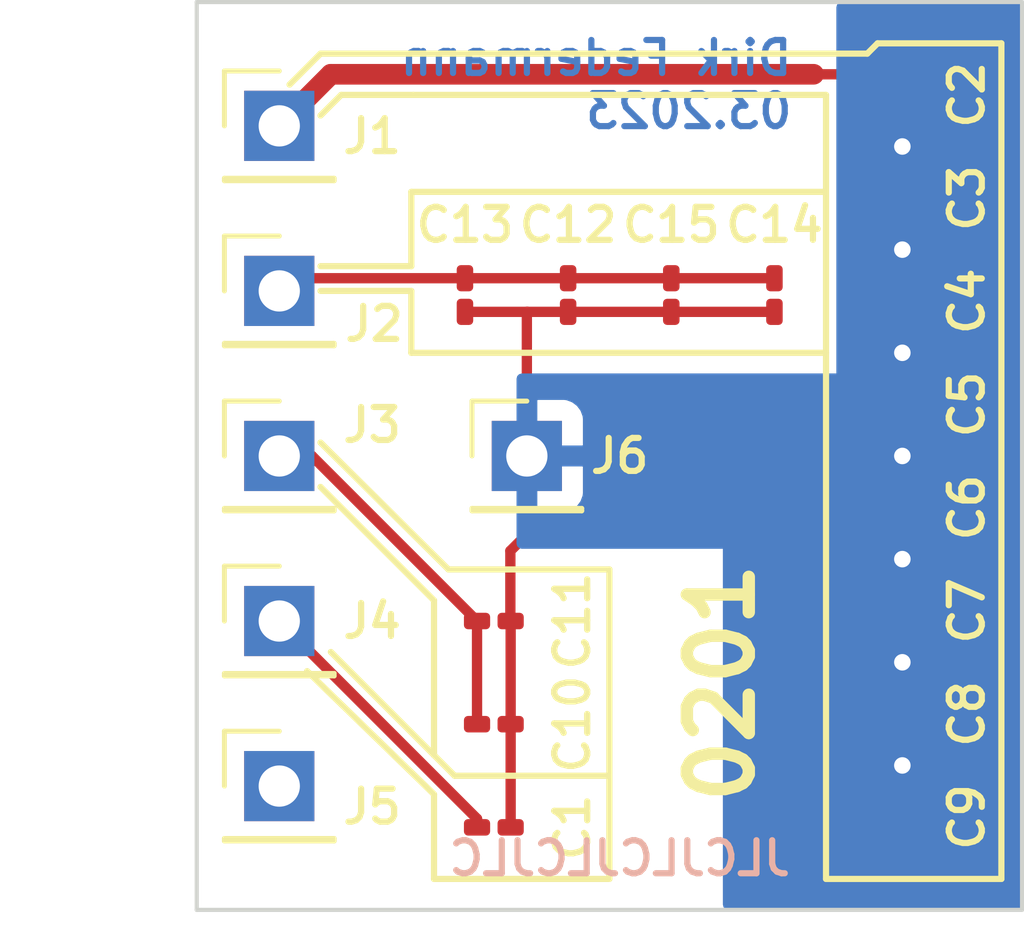
<source format=kicad_pcb>
(kicad_pcb (version 20221018) (generator pcbnew)
  (layers (0 "F.Cu" signal) (31 "B.Cu" signal) (34 "B.Paste" user) (35 "F.Paste" user) (36 "B.SilkS" user "B.Silkscreen") (37 "F.SilkS" user "F.Silkscreen") (38 "B.Mask" user) (39 "F.Mask" user) (44 "Edge.Cuts" user))
  (net 0 "")
  (net 1 "/1")
  (net 2 "Net-(C1-Pad2)")
  (net 3 "/8")
  (net 4 "/2")
  (net 5 "/4")
  (footprint "Capacitor_SMD:C_0201_0603Metric_Pad0.64x0.40mm_HandSolder" (layer "F.Cu") (at 117.7 119.75)
    (fp_text reference "C9" (at 1.9625 0 90) (layer "F.SilkS") (effects (font (size 0.8 0.8))))
    (fp_text value "C")
    (pad "1" smd roundrect (at -0.4075 0) (size 0.635 0.4) (layers "F.Cu" "F.Mask") (net 3 "/8"))
    (pad "2" smd roundrect (at 0.4075 0) (size 0.635 0.4) (layers "F.Cu" "F.Mask") (net 2 "Net-(C1-Pad2)"))
  )
  (footprint "Capacitor_SMD:C_0201_0603Metric_Pad0.64x0.40mm_HandSolder" (layer "F.Cu") (at 117.7 117.25)
    (fp_text reference "C8" (at 1.9625 0 90) (layer "F.SilkS") (effects (font (size 0.8 0.8))))
    (fp_text value "C")
    (pad "1" smd roundrect (at -0.4075 0) (size 0.635 0.4) (layers "F.Cu" "F.Mask") (net 3 "/8"))
    (pad "2" smd roundrect (at 0.4075 0) (size 0.635 0.4) (layers "F.Cu" "F.Mask") (net 2 "Net-(C1-Pad2)"))
  )
  (footprint "Capacitor_SMD:C_0201_0603Metric_Pad0.64x0.40mm_HandSolder" (layer "F.Cu") (at 110 107.1 -90)
    (fp_text reference "C12" (at -1.7 0) (layer "F.SilkS") (effects (font (size 0.8 0.8))))
    (fp_text value "C")
    (pad "1" smd roundrect (at -0.4075 0 270) (size 0.635 0.4) (layers "F.Cu" "F.Mask") (net 5 "/4"))
    (pad "2" smd roundrect (at 0.4075 0 270) (size 0.635 0.4) (layers "F.Cu" "F.Mask") (net 2 "Net-(C1-Pad2)"))
  )
  (footprint "Connector_PinHeader_2.54mm:PinHeader_1x01_P2.54mm_Vertical" (layer "F.Cu") (at 103 115)
    (fp_text reference "J4" (at 2.25 0) (layer "F.SilkS") (effects (font (size 0.8 0.8))))
    (fp_text value "Conn_01x01_Male")
    (fp_line (start -1.33 -1.33) (end 0 -1.33) (stroke (width 0.12)) (layer "F.SilkS"))
    (fp_line (start -1.33 0) (end -1.33 -1.33) (stroke (width 0.12)) (layer "F.SilkS"))
    (fp_line (start -1.33 1.27) (end -1.33 1.33) (stroke (width 0.12)) (layer "F.SilkS"))
    (fp_line (start -1.33 1.27) (end 1.33 1.27) (stroke (width 0.12)) (layer "F.SilkS"))
    (fp_line (start -1.33 1.33) (end 1.33 1.33) (stroke (width 0.12)) (layer "F.SilkS"))
    (fp_line (start 1.33 1.27) (end 1.33 1.33) (stroke (width 0.12)) (layer "F.SilkS"))
    (pad "1" thru_hole rect (at 0 0) (size 1.7 1.7) (drill 1) (layers "*.Cu" "*.Mask") (net 1 "/1"))
  )
  (footprint "Connector_PinHeader_2.54mm:PinHeader_1x01_P2.54mm_Vertical" (layer "F.Cu") (at 103 119)
    (fp_text reference "J5" (at 2.25 0.5) (layer "F.SilkS") (effects (font (size 0.8 0.8))))
    (fp_text value "Conn_01x01_Male")
    (fp_line (start -1.33 -1.33) (end 0 -1.33) (stroke (width 0.12)) (layer "F.SilkS"))
    (fp_line (start -1.33 0) (end -1.33 -1.33) (stroke (width 0.12)) (layer "F.SilkS"))
    (fp_line (start -1.33 1.27) (end -1.33 1.33) (stroke (width 0.12)) (layer "F.SilkS"))
    (fp_line (start -1.33 1.27) (end 1.33 1.27) (stroke (width 0.12)) (layer "F.SilkS"))
    (fp_line (start -1.33 1.33) (end 1.33 1.33) (stroke (width 0.12)) (layer "F.SilkS"))
    (fp_line (start 1.33 1.27) (end 1.33 1.33) (stroke (width 0.12)) (layer "F.SilkS"))
    (pad "1" thru_hole rect (at 0 0) (size 1.7 1.7) (drill 1) (layers "*.Cu" "*.Mask"))
  )
  (footprint "Capacitor_SMD:C_0201_0603Metric_Pad0.64x0.40mm_HandSolder" (layer "F.Cu") (at 112.5 107.1 -90)
    (fp_text reference "C15" (at -1.7 0 180) (layer "F.SilkS") (effects (font (size 0.8 0.8))))
    (fp_text value "C")
    (pad "1" smd roundrect (at -0.4075 0 270) (size 0.635 0.4) (layers "F.Cu" "F.Mask") (net 5 "/4"))
    (pad "2" smd roundrect (at 0.4075 0 270) (size 0.635 0.4) (layers "F.Cu" "F.Mask") (net 2 "Net-(C1-Pad2)"))
  )
  (footprint "Capacitor_SMD:C_0201_0603Metric_Pad0.64x0.40mm_HandSolder" (layer "F.Cu") (at 107.5 107.1 -90)
    (fp_text reference "C13" (at -1.7 0 180) (layer "F.SilkS") (effects (font (size 0.8 0.8))))
    (fp_text value "C")
    (pad "1" smd roundrect (at -0.4075 0 270) (size 0.635 0.4) (layers "F.Cu" "F.Mask") (net 5 "/4"))
    (pad "2" smd roundrect (at 0.4075 0 270) (size 0.635 0.4) (layers "F.Cu" "F.Mask") (net 2 "Net-(C1-Pad2)"))
  )
  (footprint "Connector_PinHeader_2.54mm:PinHeader_1x01_P2.54mm_Vertical" (layer "F.Cu") (at 103 103)
    (fp_text reference "J1" (at 2.25 0.25) (layer "F.SilkS") (effects (font (size 0.8 0.8))))
    (fp_text value "Conn_01x01_Male")
    (fp_line (start -1.33 -1.33) (end 0 -1.33) (stroke (width 0.12)) (layer "F.SilkS"))
    (fp_line (start -1.33 0) (end -1.33 -1.33) (stroke (width 0.12)) (layer "F.SilkS"))
    (fp_line (start -1.33 1.27) (end -1.33 1.33) (stroke (width 0.12)) (layer "F.SilkS"))
    (fp_line (start -1.33 1.27) (end 1.33 1.27) (stroke (width 0.12)) (layer "F.SilkS"))
    (fp_line (start -1.33 1.33) (end 1.33 1.33) (stroke (width 0.12)) (layer "F.SilkS"))
    (fp_line (start 1.33 1.27) (end 1.33 1.33) (stroke (width 0.12)) (layer "F.SilkS"))
    (pad "1" thru_hole rect (at 0 0) (size 1.7 1.7) (drill 1) (layers "*.Cu" "*.Mask") (net 3 "/8"))
  )
  (footprint "Connector_PinHeader_2.54mm:PinHeader_1x01_P2.54mm_Vertical" (layer "F.Cu") (at 109 111)
    (fp_text reference "J6" (at 2.25 0) (layer "F.SilkS") (effects (font (size 0.8 0.8))))
    (fp_text value "Conn_01x01_Male")
    (fp_line (start -1.33 -1.33) (end 0 -1.33) (stroke (width 0.12)) (layer "F.SilkS"))
    (fp_line (start -1.33 0) (end -1.33 -1.33) (stroke (width 0.12)) (layer "F.SilkS"))
    (fp_line (start -1.33 1.27) (end -1.33 1.33) (stroke (width 0.12)) (layer "F.SilkS"))
    (fp_line (start -1.33 1.27) (end 1.33 1.27) (stroke (width 0.12)) (layer "F.SilkS"))
    (fp_line (start -1.33 1.33) (end 1.33 1.33) (stroke (width 0.12)) (layer "F.SilkS"))
    (fp_line (start 1.33 1.27) (end 1.33 1.33) (stroke (width 0.12)) (layer "F.SilkS"))
    (pad "1" thru_hole rect (at 0 0) (size 1.7 1.7) (drill 1) (layers "*.Cu" "*.Mask") (net 2 "Net-(C1-Pad2)"))
  )
  (footprint "Capacitor_SMD:C_0201_0603Metric_Pad0.64x0.40mm_HandSolder" (layer "F.Cu") (at 108.2 117.5)
    (fp_text reference "C10" (at 1.9 0 90) (layer "F.SilkS") (effects (font (size 0.8 0.8))))
    (fp_text value "C")
    (pad "1" smd roundrect (at -0.4075 0) (size 0.635 0.4) (layers "F.Cu" "F.Mask") (net 4 "/2"))
    (pad "2" smd roundrect (at 0.4075 0) (size 0.635 0.4) (layers "F.Cu" "F.Mask") (net 2 "Net-(C1-Pad2)"))
  )
  (footprint "Capacitor_SMD:C_0201_0603Metric_Pad0.64x0.40mm_HandSolder" (layer "F.Cu") (at 115 107.1 -90)
    (fp_text reference "C14" (at -1.7 0 180) (layer "F.SilkS") (effects (font (size 0.8 0.8))))
    (fp_text value "C")
    (pad "1" smd roundrect (at -0.4075 0 270) (size 0.635 0.4) (layers "F.Cu" "F.Mask") (net 5 "/4"))
    (pad "2" smd roundrect (at 0.4075 0 270) (size 0.635 0.4) (layers "F.Cu" "F.Mask") (net 2 "Net-(C1-Pad2)"))
  )
  (footprint "Capacitor_SMD:C_0201_0603Metric_Pad0.64x0.40mm_HandSolder" (layer "F.Cu") (at 117.7 114.75)
    (fp_text reference "C7" (at 1.9625 0 90) (layer "F.SilkS") (effects (font (size 0.8 0.8))))
    (fp_text value "C")
    (pad "1" smd roundrect (at -0.4075 0) (size 0.635 0.4) (layers "F.Cu" "F.Mask") (net 3 "/8"))
    (pad "2" smd roundrect (at 0.4075 0) (size 0.635 0.4) (layers "F.Cu" "F.Mask") (net 2 "Net-(C1-Pad2)"))
  )
  (footprint "Capacitor_SMD:C_0201_0603Metric_Pad0.64x0.40mm_HandSolder" (layer "F.Cu") (at 117.7 104.75)
    (fp_text reference "C3" (at 1.9625 0 90) (layer "F.SilkS") (effects (font (size 0.8 0.8))))
    (fp_text value "C")
    (pad "1" smd roundrect (at -0.4075 0) (size 0.635 0.4) (layers "F.Cu" "F.Mask") (net 3 "/8"))
    (pad "2" smd roundrect (at 0.4075 0) (size 0.635 0.4) (layers "F.Cu" "F.Mask") (net 2 "Net-(C1-Pad2)"))
  )
  (footprint "Connector_PinHeader_2.54mm:PinHeader_1x01_P2.54mm_Vertical" (layer "F.Cu") (at 103 111)
    (fp_text reference "J3" (at 2.25 -0.75) (layer "F.SilkS") (effects (font (size 0.8 0.8))))
    (fp_text value "Conn_01x01_Male")
    (fp_line (start -1.33 -1.33) (end 0 -1.33) (stroke (width 0.12)) (layer "F.SilkS"))
    (fp_line (start -1.33 0) (end -1.33 -1.33) (stroke (width 0.12)) (layer "F.SilkS"))
    (fp_line (start -1.33 1.27) (end -1.33 1.33) (stroke (width 0.12)) (layer "F.SilkS"))
    (fp_line (start -1.33 1.27) (end 1.33 1.27) (stroke (width 0.12)) (layer "F.SilkS"))
    (fp_line (start -1.33 1.33) (end 1.33 1.33) (stroke (width 0.12)) (layer "F.SilkS"))
    (fp_line (start 1.33 1.27) (end 1.33 1.33) (stroke (width 0.12)) (layer "F.SilkS"))
    (pad "1" thru_hole rect (at 0 0) (size 1.7 1.7) (drill 1) (layers "*.Cu" "*.Mask") (net 4 "/2"))
  )
  (footprint "Capacitor_SMD:C_0201_0603Metric_Pad0.64x0.40mm_HandSolder" (layer "F.Cu") (at 117.7 107.25)
    (fp_text reference "C4" (at 1.9625 0 90) (layer "F.SilkS") (effects (font (size 0.8 0.8))))
    (fp_text value "C")
    (pad "1" smd roundrect (at -0.4075 0) (size 0.635 0.4) (layers "F.Cu" "F.Mask") (net 3 "/8"))
    (pad "2" smd roundrect (at 0.4075 0) (size 0.635 0.4) (layers "F.Cu" "F.Mask") (net 2 "Net-(C1-Pad2)"))
  )
  (footprint "Capacitor_SMD:C_0201_0603Metric_Pad0.64x0.40mm_HandSolder" (layer "F.Cu") (at 117.7 102.25)
    (fp_text reference "C2" (at 1.9625 0 90) (layer "F.SilkS") (effects (font (size 0.8 0.8))))
    (fp_text value "C")
    (pad "1" smd roundrect (at -0.4075 0) (size 0.635 0.4) (layers "F.Cu" "F.Mask") (net 3 "/8"))
    (pad "2" smd roundrect (at 0.4075 0) (size 0.635 0.4) (layers "F.Cu" "F.Mask") (net 2 "Net-(C1-Pad2)"))
  )
  (footprint "Capacitor_SMD:C_0201_0603Metric_Pad0.64x0.40mm_HandSolder" (layer "F.Cu") (at 117.7 112.25)
    (fp_text reference "C6" (at 1.9625 0 90) (layer "F.SilkS") (effects (font (size 0.8 0.8))))
    (fp_text value "C")
    (pad "1" smd roundrect (at -0.4075 0) (size 0.635 0.4) (layers "F.Cu" "F.Mask") (net 3 "/8"))
    (pad "2" smd roundrect (at 0.4075 0) (size 0.635 0.4) (layers "F.Cu" "F.Mask") (net 2 "Net-(C1-Pad2)"))
  )
  (footprint "Capacitor_SMD:C_0201_0603Metric_Pad0.64x0.40mm_HandSolder" (layer "F.Cu") (at 108.2 115)
    (fp_text reference "C11" (at 1.9 0 90) (layer "F.SilkS") (effects (font (size 0.8 0.8))))
    (fp_text value "C")
    (pad "1" smd roundrect (at -0.4075 0) (size 0.635 0.4) (layers "F.Cu" "F.Mask") (net 4 "/2"))
    (pad "2" smd roundrect (at 0.4075 0) (size 0.635 0.4) (layers "F.Cu" "F.Mask") (net 2 "Net-(C1-Pad2)"))
  )
  (footprint "Connector_PinHeader_2.54mm:PinHeader_1x01_P2.54mm_Vertical" (layer "F.Cu") (at 103 107)
    (fp_text reference "J2" (at 2.3 0.8) (layer "F.SilkS") (effects (font (size 0.8 0.8))))
    (fp_text value "Conn_01x01_Male")
    (fp_line (start -1.33 -1.33) (end 0 -1.33) (stroke (width 0.12)) (layer "F.SilkS"))
    (fp_line (start -1.33 0) (end -1.33 -1.33) (stroke (width 0.12)) (layer "F.SilkS"))
    (fp_line (start -1.33 1.27) (end -1.33 1.33) (stroke (width 0.12)) (layer "F.SilkS"))
    (fp_line (start -1.33 1.27) (end 1.33 1.27) (stroke (width 0.12)) (layer "F.SilkS"))
    (fp_line (start -1.33 1.33) (end 1.33 1.33) (stroke (width 0.12)) (layer "F.SilkS"))
    (fp_line (start 1.33 1.27) (end 1.33 1.33) (stroke (width 0.12)) (layer "F.SilkS"))
    (pad "1" thru_hole rect (at 0 0) (size 1.7 1.7) (drill 1) (layers "*.Cu" "*.Mask") (net 5 "/4"))
  )
  (footprint "Capacitor_SMD:C_0201_0603Metric_Pad0.64x0.40mm_HandSolder" (layer "F.Cu") (at 117.7 109.75)
    (fp_text reference "C5" (at 1.9625 0 90) (layer "F.SilkS") (effects (font (size 0.8 0.8))))
    (fp_text value "C")
    (pad "1" smd roundrect (at -0.4075 0) (size 0.635 0.4) (layers "F.Cu" "F.Mask") (net 3 "/8"))
    (pad "2" smd roundrect (at 0.4075 0) (size 0.635 0.4) (layers "F.Cu" "F.Mask") (net 2 "Net-(C1-Pad2)"))
  )
  (footprint "Capacitor_SMD:C_0201_0603Metric_Pad0.64x0.40mm_HandSolder" (layer "F.Cu") (at 108.2 120)
    (fp_text reference "C1" (at 1.9 0 90) (layer "F.SilkS") (effects (font (size 0.8 0.8))))
    (fp_text value "C")
    (pad "1" smd roundrect (at -0.4075 0) (size 0.635 0.4) (layers "F.Cu" "F.Mask") (net 1 "/1"))
    (pad "2" smd roundrect (at 0.4075 0) (size 0.635 0.4) (layers "F.Cu" "F.Mask") (net 2 "Net-(C1-Pad2)"))
  )
  (gr_line (start 111 121.25) (end 106.75 121.25) (stroke (width 0.15)) (layer "F.SilkS"))
  (gr_line (start 107.25 118.75) (end 111 118.75) (stroke (width 0.15)) (layer "F.SilkS"))
  (gr_line (start 106.75 114.5) (end 106.75 118.25) (stroke (width 0.15)) (layer "F.SilkS"))
  (gr_line (start 104 101.25) (end 103.25 102) (stroke (width 0.15)) (layer "F.SilkS"))
  (gr_line (start 106.75 118.25) (end 104.25 115.75) (stroke (width 0.15)) (layer "F.SilkS"))
  (gr_line (start 111 118.75) (end 111 113.75) (stroke (width 0.15)) (layer "F.SilkS"))
  (gr_line (start 120.5 121.25) (end 116.25 121.25) (stroke (width 0.15)) (layer "F.SilkS"))
  (gr_line (start 106.75 114.5) (end 104 111.75) (stroke (width 0.15)) (layer "F.SilkS"))
  (gr_line (start 106.75 119.2) (end 103.675 116.215) (stroke (width 0.15)) (layer "F.SilkS"))
  (gr_line (start 104 106.4) (end 106.2 106.4) (stroke (width 0.15)) (layer "F.SilkS"))
  (gr_line (start 120.5 101) (end 120.5 121.25) (stroke (width 0.15)) (layer "F.SilkS"))
  (gr_line (start 106.2 107) (end 106.2 108.5) (stroke (width 0.15)) (layer "F.SilkS"))
  (gr_line (start 106.25 102.25) (end 104.5 102.25) (stroke (width 0.15)) (layer "F.SilkS"))
  (gr_line (start 106.2 106.4) (end 106.2 104.6) (stroke (width 0.15)) (layer "F.SilkS"))
  (gr_line (start 106.75 118.25) (end 107.25 118.75) (stroke (width 0.15)) (layer "F.SilkS"))
  (gr_line (start 117.5 101) (end 120.5 101) (stroke (width 0.15)) (layer "F.SilkS"))
  (gr_line (start 106.75 121.25) (end 106.75 119.2) (stroke (width 0.15)) (layer "F.SilkS"))
  (gr_line (start 111 113.75) (end 107.1 113.75) (stroke (width 0.15)) (layer "F.SilkS"))
  (gr_line (start 116.25 108.5) (end 106.2 108.5) (stroke (width 0.15)) (layer "F.SilkS"))
  (gr_line (start 107.1 113.75) (end 104 110.675) (stroke (width 0.15)) (layer "F.SilkS"))
  (gr_line (start 116.25 102.25) (end 116.25 121.25) (stroke (width 0.15)) (layer "F.SilkS"))
  (gr_line (start 106.25 102.25) (end 116.25 102.25) (stroke (width 0.15)) (layer "F.SilkS"))
  (gr_line (start 104.5 102.25) (end 104 102.75) (stroke (width 0.15)) (layer "F.SilkS"))
  (gr_line (start 117.5 101) (end 117.25 101.25) (stroke (width 0.15)) (layer "F.SilkS"))
  (gr_line (start 106.2 107) (end 104 107) (stroke (width 0.15)) (layer "F.SilkS"))
  (gr_line (start 117.25 101.25) (end 104 101.25) (stroke (width 0.15)) (layer "F.SilkS"))
  (gr_line (start 106.2 104.6) (end 116.2 104.6) (stroke (width 0.15)) (layer "F.SilkS"))
  (gr_line (start 111 118.75) (end 111 121.25) (stroke (width 0.15)) (layer "F.SilkS"))
  (gr_line (start 101 100) (end 121 100) (stroke (width 0.1)) (layer "Edge.Cuts"))
  (gr_line (start 121 100) (end 121 122) (stroke (width 0.1)) (layer "Edge.Cuts"))
  (gr_line (start 121 122) (end 101 122) (stroke (width 0.1)) (layer "Edge.Cuts"))
  (gr_line (start 101 100) (end 101 122) (stroke (width 0.1)) (layer "Edge.Cuts"))
  (gr_text "Dirk Federmann\n03.2023" (at 115.5 102) (layer "B.Cu") (effects (font (size 0.8 0.8)) (justify left mirror)))
  (gr_text "JLCJLCJLCJLC" (at 111.25 120.75) (layer "B.SilkS") (effects (font (size 0.8 0.8)) (justify mirror)))
  (gr_text "0201" (at 113.7 116.5 90) (layer "F.SilkS") (effects (font (size 1.5 1.5) (thickness 0.3))))
  (segment (start 107.7925 120) (end 107.7925 119.7925) (width 0.25) (layer "F.Cu") (net 1))
  (segment (start 107.7925 119.7925) (end 103 115) (width 0.25) (layer "F.Cu") (net 1))
  (segment (start 108.6075 120) (end 108.6075 115) (width 0.25) (layer "F.Cu") (net 2))
  (segment (start 109 112.9) (end 109 111) (width 0.25) (layer "F.Cu") (net 2))
  (segment (start 118.1075 119.75) (end 118.1075 102.25) (width 0.25) (layer "F.Cu") (net 2))
  (segment (start 109 107.515) (end 109.0075 107.5075) (width 0.25) (layer "F.Cu") (net 2))
  (segment (start 108.6 113.3) (end 109 112.9) (width 0.25) (layer "F.Cu") (net 2))
  (segment (start 109 111) (end 109 107.515) (width 0.25) (layer "F.Cu") (net 2))
  (segment (start 107.5 107.5075) (end 109.0075 107.5075) (width 0.25) (layer "F.Cu") (net 2))
  (segment (start 109.0075 107.5075) (end 115 107.5075) (width 0.25) (layer "F.Cu") (net 2))
  (segment (start 108.6075 115) (end 108.6 114.9925) (width 0.25) (layer "F.Cu") (net 2))
  (segment (start 108.6 114.9925) (end 108.6 113.3) (width 0.25) (layer "F.Cu") (net 2))
  (via (at 118.1 116) (size 0.8) (drill 0.4) (layers "F.Cu" "B.Cu") (net 2))
  (via (at 118.1 111) (size 0.8) (drill 0.4) (layers "F.Cu" "B.Cu") (net 2))
  (via (at 118.1 103.5) (size 0.8) (drill 0.4) (layers "F.Cu" "B.Cu") (net 2))
  (via (at 118.1 106) (size 0.8) (drill 0.4) (layers "F.Cu" "B.Cu") (net 2))
  (via (at 118.1 118.5) (size 0.8) (drill 0.4) (layers "F.Cu" "B.Cu") (net 2))
  (via (at 118.1 108.5) (size 0.8) (drill 0.4) (layers "F.Cu" "B.Cu") (net 2))
  (via (at 118.1 113.5) (size 0.8) (drill 0.4) (layers "F.Cu" "B.Cu") (net 2))
  (segment (start 117.2925 102.25) (end 117.2925 101.8925) (width 0.25) (layer "F.Cu") (net 3))
  (segment (start 104.25 101.75) (end 115.95 101.75) (width 0.5) (layer "F.Cu") (net 3))
  (segment (start 103 103) (end 104.25 101.75) (width 0.5) (layer "F.Cu") (net 3))
  (segment (start 117.2925 102.25) (end 117.2925 119.75) (width 0.25) (layer "F.Cu") (net 3))
  (segment (start 117.15 101.75) (end 115.95 101.75) (width 0.25) (layer "F.Cu") (net 3))
  (segment (start 117.2925 101.8925) (end 117.15 101.75) (width 0.25) (layer "F.Cu") (net 3))
  (segment (start 103.7925 111) (end 103 111) (width 0.25) (layer "F.Cu") (net 4))
  (segment (start 107.7925 115) (end 103.7925 111) (width 0.25) (layer "F.Cu") (net 4))
  (segment (start 107.7925 117.5) (end 107.7925 115) (width 0.25) (layer "F.Cu") (net 4))
  (segment (start 103.3075 106.6925) (end 103 107) (width 0.25) (layer "F.Cu") (net 5))
  (segment (start 107.5 106.6925) (end 103.3075 106.6925) (width 0.25) (layer "F.Cu") (net 5))
  (segment (start 115 106.6925) (end 107.5 106.6925) (width 0.25) (layer "F.Cu") (net 5))
  (zone (net 0) (net_name "") (layer "B.Cu") (connect_pads (clearance 0)) (min_thickness 0.254)
    (keepout (tracks not_allowed) (vias not_allowed) (pads not_allowed) (copperpour not_allowed) (footprints allowed))
    (fill (thermal_gap 0.508) (thermal_bridge_width 0.508))
    (polygon (pts (xy 116.5 109) (xy 108.75 109) (xy 108.75 113.25) (xy 113.75 113.25) (xy 113.75 122) (xy 105 122) (xy 105 100) (xy 116.5 100)))
  )
  (zone (net 2) (net_name "Net-(C1-Pad2)") (layer "B.Cu") (connect_pads (clearance 0.508)) (min_thickness 0.254) (fill yes (thermal_gap 0.508) (thermal_bridge_width 0.508))
    (polygon (pts (xy 121 122) (xy 101 122) (xy 101 100) (xy 121 100)))
  )
)
</source>
